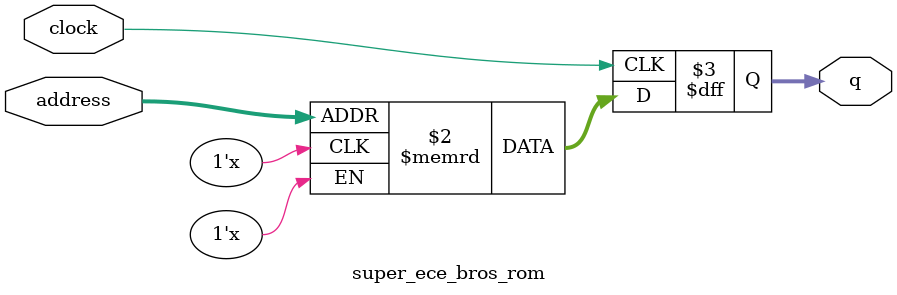
<source format=sv>
module super_ece_bros_rom (
	input logic clock,
	input logic [13:0] address,
	output logic [1:0] q
);

logic [1:0] memory [0:15487] /* synthesis ram_init_file = "./super_ece_bros/super_ece_bros.mif" */;

always_ff @ (posedge clock) begin
	q <= memory[address];
end

endmodule

</source>
